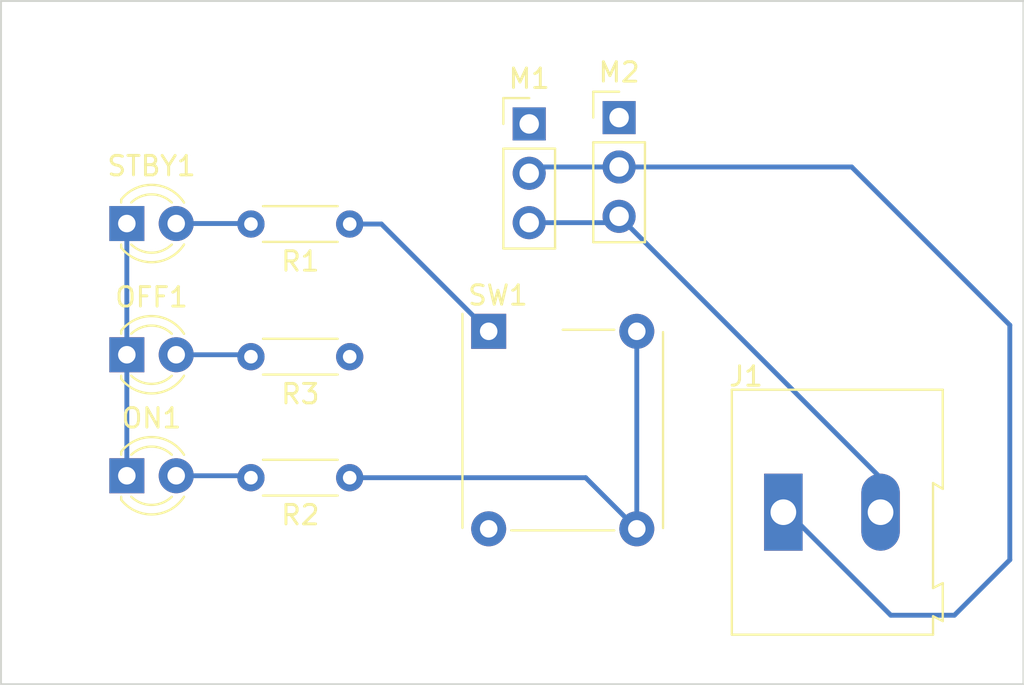
<source format=kicad_pcb>
(kicad_pcb (version 20211014) (generator pcbnew)
  (layers (0 "F.Cu" signal) (31 "B.Cu" signal) (34 "B.Paste" user) (35 "F.Paste" user) (36 "B.SilkS" user "B.Silkscreen") (37 "F.SilkS" user "F.Silkscreen") (38 "B.Mask" user) (39 "F.Mask" user) (44 "Edge.Cuts" user))
  (net 0 "")
  (net 1 "MR")
  (net 2 "+5V")
  (net 3 "GND")
  (net 4 "MP")
  (net 5 "Net-(OFF1-Pad2)")
  (net 6 "Net-(ON1-Pad2)")
  (net 7 "ON")
  (net 8 "Net-(STBY1-Pad2)")
  (net 9 "STBY")
  (net 10 "IND_OFF")
  (footprint "LED_THT:LED_D3.0mm" (layer "F.Cu") (at 134.875 94.175)
    (fp_text reference "ON1" (at 1.27 -2.96) (layer "F.SilkS"))
    (fp_text value "LED")
    (fp_line (start -0.29 1.08) (end -0.29 1.236) (layer "F.SilkS") (width 0.12))
    (fp_line (start -0.29 -1.236) (end -0.29 -1.08) (layer "F.SilkS") (width 0.12))
    (fp_arc (start 0.229039 -1.08) (mid 1.270117 -1.5) (end 2.31113 -1.079837) (layer "F.SilkS") (width 0.12))
    (fp_arc (start -0.29 -1.235516) (mid 1.366487 -1.987659) (end 2.942335 -1.078608) (layer "F.SilkS") (width 0.12))
    (fp_arc (start 2.942335 1.078608) (mid 1.366487 1.987659) (end -0.29 1.235516) (layer "F.SilkS") (width 0.12))
    (fp_arc (start 2.31113 1.079837) (mid 1.270117 1.5) (end 0.229039 1.08) (layer "F.SilkS") (width 0.12))
    (pad "1" thru_hole rect (at 0 0) (size 1.8 1.8) (drill 0.9) (layers *.Cu *.Mask) (net 3 "GND"))
    (pad "2" thru_hole circle (at 2.54 0) (size 1.8 1.8) (drill 0.9) (layers *.Cu *.Mask) (net 6 "Net-(ON1-Pad2)"))
  )
  (footprint "Resistor_THT:R_Axial_DIN0204_L3.6mm_D1.6mm_P5.08mm_Horizontal" (layer "F.Cu") (at 146.34 94.275 180)
    (fp_text reference "R2" (at 2.54 -1.92) (layer "F.SilkS"))
    (fp_text value "330")
    (fp_line (start 0.62 -0.92) (end 4.46 -0.92) (layer "F.SilkS") (width 0.12))
    (fp_line (start 0.62 0.92) (end 4.46 0.92) (layer "F.SilkS") (width 0.12))
    (pad "1" thru_hole circle (at 0 0 180) (size 1.4 1.4) (drill 0.7) (layers *.Cu *.Mask) (net 9 "STBY"))
    (pad "2" thru_hole oval (at 5.08 0 180) (size 1.4 1.4) (drill 0.7) (layers *.Cu *.Mask) (net 6 "Net-(ON1-Pad2)"))
  )
  (footprint "LED_THT:LED_D3.0mm" (layer "F.Cu") (at 134.875 81.2)
    (fp_text reference "STBY1" (at 1.27 -2.96) (layer "F.SilkS"))
    (fp_text value "LED")
    (fp_line (start -0.29 -1.236) (end -0.29 -1.08) (layer "F.SilkS") (width 0.12))
    (fp_line (start -0.29 1.08) (end -0.29 1.236) (layer "F.SilkS") (width 0.12))
    (fp_arc (start 2.31113 1.079837) (mid 1.270117 1.5) (end 0.229039 1.08) (layer "F.SilkS") (width 0.12))
    (fp_arc (start -0.29 -1.235516) (mid 1.366487 -1.987659) (end 2.942335 -1.078608) (layer "F.SilkS") (width 0.12))
    (fp_arc (start 2.942335 1.078608) (mid 1.366487 1.987659) (end -0.29 1.235516) (layer "F.SilkS") (width 0.12))
    (fp_arc (start 0.229039 -1.08) (mid 1.270117 -1.5) (end 2.31113 -1.079837) (layer "F.SilkS") (width 0.12))
    (pad "1" thru_hole rect (at 0 0) (size 1.8 1.8) (drill 0.9) (layers *.Cu *.Mask) (net 3 "GND"))
    (pad "2" thru_hole circle (at 2.54 0) (size 1.8 1.8) (drill 0.9) (layers *.Cu *.Mask) (net 8 "Net-(STBY1-Pad2)"))
  )
  (footprint "TerminalBlock:TerminalBlock_Altech_AK300-2_P5.00mm" (layer "F.Cu") (at 168.65 96.05)
    (fp_text reference "J1" (at -1.92 -6.99) (layer "F.SilkS"))
    (fp_text value "Screw_Terminal_01x02")
    (fp_line (start 8.2 -1.2) (end 8.2 -6.3) (layer "F.SilkS") (width 0.12))
    (fp_line (start 8.2 5.6) (end 8.2 3.7) (layer "F.SilkS") (width 0.12))
    (fp_line (start 7.7 -1.5) (end 8.2 -1.2) (layer "F.SilkS") (width 0.12))
    (fp_line (start -2.65 -6.3) (end -2.65 6.3) (layer "F.SilkS") (width 0.12))
    (fp_line (start 7.7 3.9) (end 7.7 -1.5) (layer "F.SilkS") (width 0.12))
    (fp_line (start 8.2 -6.3) (end -2.65 -6.3) (layer "F.SilkS") (width 0.12))
    (fp_line (start 7.7 6.3) (end 7.7 5.35) (layer "F.SilkS") (width 0.12))
    (fp_line (start -2.65 6.3) (end 7.7 6.3) (layer "F.SilkS") (width 0.12))
    (fp_line (start 8.2 3.7) (end 8.2 3.65) (layer "F.SilkS") (width 0.12))
    (fp_line (start 7.7 5.35) (end 8.2 5.6) (layer "F.SilkS") (width 0.12))
    (fp_line (start 8.2 3.65) (end 7.7 3.9) (layer "F.SilkS") (width 0.12))
    (pad "1" thru_hole rect (at 0 0) (size 1.98 3.96) (drill 1.32) (layers *.Cu *.Mask) (net 2 "+5V"))
    (pad "2" thru_hole oval (at 5 0) (size 1.98 3.96) (drill 1.32) (layers *.Cu *.Mask) (net 3 "GND"))
  )
  (footprint "Resistor_THT:R_Axial_DIN0204_L3.6mm_D1.6mm_P5.08mm_Horizontal" (layer "F.Cu") (at 146.34 88.05 180)
    (fp_text reference "R3" (at 2.54 -1.92) (layer "F.SilkS"))
    (fp_text value "330")
    (fp_line (start 0.62 0.92) (end 4.46 0.92) (layer "F.SilkS") (width 0.12))
    (fp_line (start 0.62 -0.92) (end 4.46 -0.92) (layer "F.SilkS") (width 0.12))
    (pad "1" thru_hole circle (at 0 0 180) (size 1.4 1.4) (drill 0.7) (layers *.Cu *.Mask) (net 10 "IND_OFF"))
    (pad "2" thru_hole oval (at 5.08 0 180) (size 1.4 1.4) (drill 0.7) (layers *.Cu *.Mask) (net 5 "Net-(OFF1-Pad2)"))
  )
  (footprint "Connector_PinHeader_2.54mm:PinHeader_1x03_P2.54mm_Vertical" (layer "F.Cu") (at 155.575 76.075)
    (fp_text reference "M1" (at 0 -2.33) (layer "F.SilkS"))
    (fp_text value "Roll")
    (fp_line (start -1.33 6.41) (end 1.33 6.41) (layer "F.SilkS") (width 0.12))
    (fp_line (start -1.33 1.27) (end 1.33 1.27) (layer "F.SilkS") (width 0.12))
    (fp_line (start -1.33 0) (end -1.33 -1.33) (layer "F.SilkS") (width 0.12))
    (fp_line (start 1.33 1.27) (end 1.33 6.41) (layer "F.SilkS") (width 0.12))
    (fp_line (start -1.33 -1.33) (end 0 -1.33) (layer "F.SilkS") (width 0.12))
    (fp_line (start -1.33 1.27) (end -1.33 6.41) (layer "F.SilkS") (width 0.12))
    (pad "1" thru_hole rect (at 0 0) (size 1.7 1.7) (drill 1) (layers *.Cu *.Mask) (net 1 "MR"))
    (pad "2" thru_hole oval (at 0 2.54) (size 1.7 1.7) (drill 1) (layers *.Cu *.Mask) (net 2 "+5V"))
    (pad "3" thru_hole oval (at 0 5.08) (size 1.7 1.7) (drill 1) (layers *.Cu *.Mask) (net 3 "GND"))
  )
  (footprint "Button_Switch_THT:SW_MEC_5GTH9" (layer "F.Cu") (at 153.49 86.745)
    (fp_text reference "SW1" (at 0.475 -1.85 180) (layer "F.SilkS"))
    (fp_text value "SW_DP3T")
    (fp_line (start 6.46 -0.08) (end 3.81 -0.08) (layer "F.SilkS") (width 0.12))
    (fp_line (start 8.97 0.04) (end 8.97 10.12) (layer "F.SilkS") (width 0.12))
    (fp_line (start -1.35 -0.9) (end -1.35 10.11) (layer "F.SilkS") (width 0.12))
    (fp_line (start 1.16 10.24) (end 6.46 10.24) (layer "F.SilkS") (width 0.12))
    (pad "1" thru_hole circle (at 0 10.16 90) (size 1.8 1.8) (drill 0.9) (layers *.Cu *.Mask) (net 7 "ON"))
    (pad "1" thru_hole rect (at 0 0 90) (size 1.8 1.8) (drill 0.9) (layers *.Cu *.Mask) (net 7 "ON"))
    (pad "2" thru_hole circle (at 7.62 10.16 90) (size 1.8 1.8) (drill 0.9) (layers *.Cu *.Mask) (net 9 "STBY"))
    (pad "2" thru_hole circle (at 7.62 0 90) (size 1.8 1.8) (drill 0.9) (layers *.Cu *.Mask) (net 9 "STBY"))
  )
  (footprint "Connector_PinHeader_2.54mm:PinHeader_1x03_P2.54mm_Vertical" (layer "F.Cu") (at 160.2 75.75)
    (fp_text reference "M2" (at 0 -2.33) (layer "F.SilkS"))
    (fp_text value "Pitch")
    (fp_line (start -1.33 6.41) (end 1.33 6.41) (layer "F.SilkS") (width 0.12))
    (fp_line (start -1.33 1.27) (end 1.33 1.27) (layer "F.SilkS") (width 0.12))
    (fp_line (start -1.33 0) (end -1.33 -1.33) (layer "F.SilkS") (width 0.12))
    (fp_line (start 1.33 1.27) (end 1.33 6.41) (layer "F.SilkS") (width 0.12))
    (fp_line (start -1.33 1.27) (end -1.33 6.41) (layer "F.SilkS") (width 0.12))
    (fp_line (start -1.33 -1.33) (end 0 -1.33) (layer "F.SilkS") (width 0.12))
    (pad "1" thru_hole rect (at 0 0) (size 1.7 1.7) (drill 1) (layers *.Cu *.Mask) (net 4 "MP"))
    (pad "2" thru_hole oval (at 0 2.54) (size 1.7 1.7) (drill 1) (layers *.Cu *.Mask) (net 2 "+5V"))
    (pad "3" thru_hole oval (at 0 5.08) (size 1.7 1.7) (drill 1) (layers *.Cu *.Mask) (net 3 "GND"))
  )
  (footprint "Resistor_THT:R_Axial_DIN0204_L3.6mm_D1.6mm_P5.08mm_Horizontal" (layer "F.Cu") (at 146.34 81.225 180)
    (fp_text reference "R1" (at 2.54 -1.92) (layer "F.SilkS"))
    (fp_text value "330")
    (fp_line (start 0.62 -0.92) (end 4.46 -0.92) (layer "F.SilkS") (width 0.12))
    (fp_line (start 0.62 0.92) (end 4.46 0.92) (layer "F.SilkS") (width 0.12))
    (pad "1" thru_hole circle (at 0 0 180) (size 1.4 1.4) (drill 0.7) (layers *.Cu *.Mask) (net 7 "ON"))
    (pad "2" thru_hole oval (at 5.08 0 180) (size 1.4 1.4) (drill 0.7) (layers *.Cu *.Mask) (net 8 "Net-(STBY1-Pad2)"))
  )
  (footprint "LED_THT:LED_D3.0mm" (layer "F.Cu") (at 134.875 87.95)
    (fp_text reference "OFF1" (at 1.27 -2.96) (layer "F.SilkS"))
    (fp_text value "LED")
    (fp_line (start -0.29 -1.236) (end -0.29 -1.08) (layer "F.SilkS") (width 0.12))
    (fp_line (start -0.29 1.08) (end -0.29 1.236) (layer "F.SilkS") (width 0.12))
    (fp_arc (start 2.942335 1.078608) (mid 1.366487 1.987659) (end -0.29 1.235516) (layer "F.SilkS") (width 0.12))
    (fp_arc (start 0.229039 -1.08) (mid 1.270117 -1.5) (end 2.31113 -1.079837) (layer "F.SilkS") (width 0.12))
    (fp_arc (start 2.31113 1.079837) (mid 1.270117 1.5) (end 0.229039 1.08) (layer "F.SilkS") (width 0.12))
    (fp_arc (start -0.29 -1.235516) (mid 1.366487 -1.987659) (end 2.942335 -1.078608) (layer "F.SilkS") (width 0.12))
    (pad "1" thru_hole rect (at 0 0) (size 1.8 1.8) (drill 0.9) (layers *.Cu *.Mask) (net 3 "GND"))
    (pad "2" thru_hole circle (at 2.54 0) (size 1.8 1.8) (drill 0.9) (layers *.Cu *.Mask) (net 5 "Net-(OFF1-Pad2)"))
  )
  (gr_rect (start 128.4 104.9) (end 181 69.75) (layer "Edge.Cuts") (width 0.1) (fill none))
  (segment (start 155.9 78.29) (end 155.575 78.615) (width 0.25) (layer "B.Cu") (net 2))
  (segment (start 172.165 78.29) (end 160.2 78.29) (width 0.25) (layer "B.Cu") (net 2))
  (segment (start 174.175 101.35) (end 177.45 101.35) (width 0.25) (layer "B.Cu") (net 2))
  (segment (start 180.3 98.5) (end 180.3 86.425) (width 0.25) (layer "B.Cu") (net 2))
  (segment (start 168.65 96.05) (end 168.875 96.05) (width 0.25) (layer "B.Cu") (net 2))
  (segment (start 180.3 86.425) (end 172.165 78.29) (width 0.25) (layer "B.Cu") (net 2))
  (segment (start 177.45 101.35) (end 180.3 98.5) (width 0.25) (layer "B.Cu") (net 2))
  (segment (start 168.875 96.05) (end 174.175 101.35) (width 0.25) (layer "B.Cu") (net 2))
  (segment (start 160.2 78.29) (end 155.9 78.29) (width 0.25) (layer "B.Cu") (net 2))
  (segment (start 159.875 81.155) (end 160.2 80.83) (width 0.25) (layer "B.Cu") (net 3))
  (segment (start 173.65 94.28) (end 160.2 80.83) (width 0.25) (layer "B.Cu") (net 3))
  (segment (start 134.875 87.95) (end 134.875 94.175) (width 0.25) (layer "B.Cu") (net 3))
  (segment (start 173.65 96.05) (end 173.65 94.28) (width 0.25) (layer "B.Cu") (net 3))
  (segment (start 134.875 81.2) (end 134.875 87.95) (width 0.25) (layer "B.Cu") (net 3))
  (segment (start 155.9 80.83) (end 155.575 81.155) (width 0.25) (layer "B.Cu") (net 3))
  (segment (start 155.575 81.155) (end 159.875 81.155) (width 0.25) (layer "B.Cu") (net 3))
  (segment (start 141.16 87.95) (end 141.26 88.05) (width 0.25) (layer "B.Cu") (net 5))
  (segment (start 141.285 87.95) (end 141.385 88.05) (width 0.25) (layer "B.Cu") (net 5))
  (segment (start 137.415 87.95) (end 141.16 87.95) (width 0.25) (layer "B.Cu") (net 5))
  (segment (start 137.415 94.175) (end 141.16 94.175) (width 0.25) (layer "B.Cu") (net 6))
  (segment (start 141.16 94.175) (end 141.26 94.275) (width 0.25) (layer "B.Cu") (net 6))
  (segment (start 146.34 81.225) (end 147.97 81.225) (width 0.25) (layer "B.Cu") (net 7))
  (segment (start 147.97 81.225) (end 153.49 86.745) (width 0.25) (layer "B.Cu") (net 7))
  (segment (start 141.235 81.2) (end 141.26 81.225) (width 0.25) (layer "B.Cu") (net 8))
  (segment (start 137.415 81.2) (end 141.235 81.2) (width 0.25) (layer "B.Cu") (net 8))
  (segment (start 158.48 94.275) (end 161.11 96.905) (width 0.25) (layer "B.Cu") (net 9))
  (segment (start 161.11 86.745) (end 161.11 96.905) (width 0.25) (layer "B.Cu") (net 9))
  (segment (start 146.34 94.275) (end 158.48 94.275) (width 0.25) (layer "B.Cu") (net 9))
)
</source>
